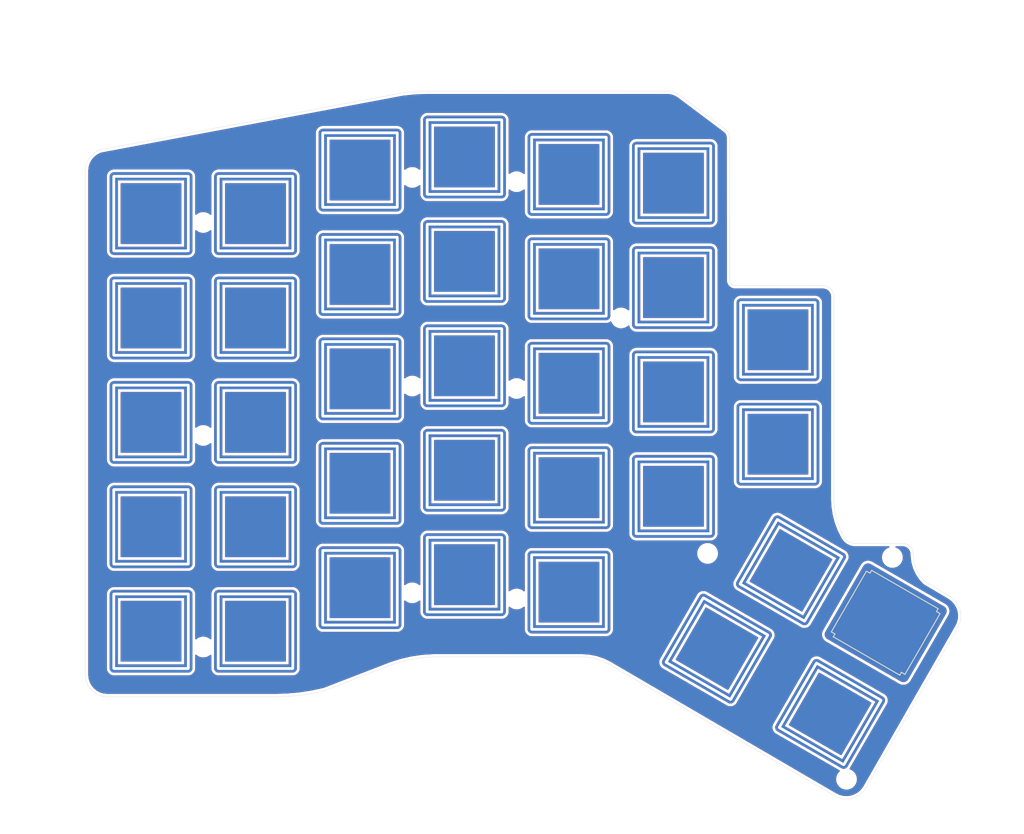
<source format=kicad_pcb>
(kicad_pcb (version 20240108) (generator "pcbnew") (generator_version "8.0")
  (layers (0 "F.Cu" signal) (31 "B.Cu" signal) (34 "B.Paste" user) (35 "F.Paste" user) (36 "B.SilkS" user "B.Silkscreen") (37 "F.SilkS" user "F.Silkscreen") (38 "B.Mask" user) (39 "F.Mask" user) (44 "Edge.Cuts" user))
  (net 0 "")
  (footprint "kbd:SW_Hole_TH" (layer "F.Cu") (at 40.48125 69.85)
    (property "Reference" "SW2" (hide yes))
    (property "Value" "KEY_SWITCH" (hide yes))
    (pad "1" thru_hole oval (at -6.8 0) (size 1.5 15) (drill oval 0.5 14) (layers "*.Cu" "*.Mask"))
    (pad "1" thru_hole oval (at 0 -6.8 90) (size 1.5 15) (drill oval 0.5 14) (layers "*.Cu" "*.Mask"))
    (pad "1" thru_hole oval (at 0 6.8 90) (size 1.5 15) (drill oval 0.5 14) (layers "*.Cu" "*.Mask"))
    (pad "1" thru_hole oval (at 6.8 0) (size 1.5 15) (drill oval 0.5 14) (layers "*.Cu" "*.Mask"))
  )
  (footprint "kbd:SW_Hole_TH" (layer "F.Cu") (at 59.53125 69.85)
    (property "Reference" "SW2" (hide yes))
    (property "Value" "KEY_SWITCH" (hide yes))
    (pad "1" thru_hole oval (at -6.8 0) (size 1.5 15) (drill oval 0.5 14) (layers "*.Cu" "*.Mask"))
    (pad "1" thru_hole oval (at 0 -6.8 90) (size 1.5 15) (drill oval 0.5 14) (layers "*.Cu" "*.Mask"))
    (pad "1" thru_hole oval (at 0 6.8 90) (size 1.5 15) (drill oval 0.5 14) (layers "*.Cu" "*.Mask"))
    (pad "1" thru_hole oval (at 6.8 0) (size 1.5 15) (drill oval 0.5 14) (layers "*.Cu" "*.Mask"))
  )
  (footprint "kbd:SW_Hole_TH" (layer "F.Cu") (at 40.48125 88.9)
    (property "Reference" "SW2" (hide yes))
    (property "Value" "KEY_SWITCH" (hide yes))
    (pad "1" thru_hole oval (at -6.8 0) (size 1.5 15) (drill oval 0.5 14) (layers "*.Cu" "*.Mask"))
    (pad "1" thru_hole oval (at 0 -6.8 90) (size 1.5 15) (drill oval 0.5 14) (layers "*.Cu" "*.Mask"))
    (pad "1" thru_hole oval (at 0 6.8 90) (size 1.5 15) (drill oval 0.5 14) (layers "*.Cu" "*.Mask"))
    (pad "1" thru_hole oval (at 6.8 0) (size 1.5 15) (drill oval 0.5 14) (layers "*.Cu" "*.Mask"))
  )
  (footprint "kbd:SW_Hole_TH" (layer "F.Cu") (at 59.53125 88.9)
    (property "Reference" "SW2" (hide yes))
    (property "Value" "KEY_SWITCH" (hide yes))
    (pad "1" thru_hole oval (at -6.8 0) (size 1.5 15) (drill oval 0.5 14) (layers "*.Cu" "*.Mask"))
    (pad "1" thru_hole oval (at 0 -6.8 90) (size 1.5 15) (drill oval 0.5 14) (layers "*.Cu" "*.Mask"))
    (pad "1" thru_hole oval (at 0 6.8 90) (size 1.5 15) (drill oval 0.5 14) (layers "*.Cu" "*.Mask"))
    (pad "1" thru_hole oval (at 6.8 0) (size 1.5 15) (drill oval 0.5 14) (layers "*.Cu" "*.Mask"))
  )
  (footprint "kbd:SW_Hole_TH" (layer "F.Cu") (at 40.48125 107.95)
    (property "Reference" "SW2" (hide yes))
    (property "Value" "KEY_SWITCH" (hide yes))
    (pad "1" thru_hole oval (at -6.8 0) (size 1.5 15) (drill oval 0.5 14) (layers "*.Cu" "*.Mask"))
    (pad "1" thru_hole oval (at 0 -6.8 90) (size 1.5 15) (drill oval 0.5 14) (layers "*.Cu" "*.Mask"))
    (pad "1" thru_hole oval (at 0 6.8 90) (size 1.5 15) (drill oval 0.5 14) (layers "*.Cu" "*.Mask"))
    (pad "1" thru_hole oval (at 6.8 0) (size 1.5 15) (drill oval 0.5 14) (layers "*.Cu" "*.Mask"))
  )
  (footprint "kbd:SW_Hole_TH" (layer "F.Cu") (at 59.53125 107.95)
    (property "Reference" "SW2" (hide yes))
    (property "Value" "KEY_SWITCH" (hide yes))
    (pad "1" thru_hole oval (at -6.8 0) (size 1.5 15) (drill oval 0.5 14) (layers "*.Cu" "*.Mask"))
    (pad "1" thru_hole oval (at 0 -6.8 90) (size 1.5 15) (drill oval 0.5 14) (layers "*.Cu" "*.Mask"))
    (pad "1" thru_hole oval (at 0 6.8 90) (size 1.5 15) (drill oval 0.5 14) (layers "*.Cu" "*.Mask"))
    (pad "1" thru_hole oval (at 6.8 0) (size 1.5 15) (drill oval 0.5 14) (layers "*.Cu" "*.Mask"))
  )
  (footprint "kbd:SW_Hole_TH" (layer "F.Cu") (at 40.48125 127)
    (property "Reference" "SW2" (hide yes))
    (property "Value" "KEY_SWITCH" (hide yes))
    (pad "1" thru_hole oval (at -6.8 0) (size 1.5 15) (drill oval 0.5 14) (layers "*.Cu" "*.Mask"))
    (pad "1" thru_hole oval (at 0 -6.8 90) (size 1.5 15) (drill oval 0.5 14) (layers "*.Cu" "*.Mask"))
    (pad "1" thru_hole oval (at 0 6.8 90) (size 1.5 15) (drill oval 0.5 14) (layers "*.Cu" "*.Mask"))
    (pad "1" thru_hole oval (at 6.8 0) (size 1.5 15) (drill oval 0.5 14) (layers "*.Cu" "*.Mask"))
  )
  (footprint "kbd:SW_Hole_TH" (layer "F.Cu") (at 59.53125 127)
    (property "Reference" "SW2" (hide yes))
    (property "Value" "KEY_SWITCH" (hide yes))
    (pad "1" thru_hole oval (at -6.8 0) (size 1.5 15) (drill oval 0.5 14) (layers "*.Cu" "*.Mask"))
    (pad "1" thru_hole oval (at 0 -6.8 90) (size 1.5 15) (drill oval 0.5 14) (layers "*.Cu" "*.Mask"))
    (pad "1" thru_hole oval (at 0 6.8 90) (size 1.5 15) (drill oval 0.5 14) (layers "*.Cu" "*.Mask"))
    (pad "1" thru_hole oval (at 6.8 0) (size 1.5 15) (drill oval 0.5 14) (layers "*.Cu" "*.Mask"))
  )
  (footprint "kbd:SW_Hole_TH" (layer "F.Cu") (at 40.48125 146.05)
    (property "Reference" "SW2" (hide yes))
    (property "Value" "KEY_SWITCH" (hide yes))
    (pad "1" thru_hole oval (at -6.8 0) (size 1.5 15) (drill oval 0.5 14) (layers "*.Cu" "*.Mask"))
    (pad "1" thru_hole oval (at 0 -6.8 90) (size 1.5 15) (drill oval 0.5 14) (layers "*.Cu" "*.Mask"))
    (pad "1" thru_hole oval (at 0 6.8 90) (size 1.5 15) (drill oval 0.5 14) (layers "*.Cu" "*.Mask"))
    (pad "1" thru_hole oval (at 6.8 0) (size 1.5 15) (drill oval 0.5 14) (layers "*.Cu" "*.Mask"))
  )
  (footprint "kbd:SW_Hole_TH" (layer "F.Cu") (at 59.53125 146.05)
    (property "Reference" "SW2" (hide yes))
    (property "Value" "KEY_SWITCH" (hide yes))
    (pad "1" thru_hole oval (at -6.8 0) (size 1.5 15) (drill oval 0.5 14) (layers "*.Cu" "*.Mask"))
    (pad "1" thru_hole oval (at 0 -6.8 90) (size 1.5 15) (drill oval 0.5 14) (layers "*.Cu" "*.Mask"))
    (pad "1" thru_hole oval (at 0 6.8 90) (size 1.5 15) (drill oval 0.5 14) (layers "*.Cu" "*.Mask"))
    (pad "1" thru_hole oval (at 6.8 0) (size 1.5 15) (drill oval 0.5 14) (layers "*.Cu" "*.Mask"))
  )
  (footprint "kbd:SW_Hole_TH" (layer "F.Cu") (at 78.58125 61.9125)
    (property "Reference" "SW2" (hide yes))
    (property "Value" "KEY_SWITCH" (hide yes))
    (pad "1" thru_hole oval (at -6.8 0) (size 1.5 15) (drill oval 0.5 14) (layers "*.Cu" "*.Mask"))
    (pad "1" thru_hole oval (at 0 -6.8 90) (size 1.5 15) (drill oval 0.5 14) (layers "*.Cu" "*.Mask"))
    (pad "1" thru_hole oval (at 0 6.8 90) (size 1.5 15) (drill oval 0.5 14) (layers "*.Cu" "*.Mask"))
    (pad "1" thru_hole oval (at 6.8 0) (size 1.5 15) (drill oval 0.5 14) (layers "*.Cu" "*.Mask"))
  )
  (footprint "kbd:SW_Hole_TH" (layer "F.Cu") (at 78.58125 80.9625)
    (property "Reference" "SW2" (hide yes))
    (property "Value" "KEY_SWITCH" (hide yes))
    (pad "1" thru_hole oval (at -6.8 0) (size 1.5 15) (drill oval 0.5 14) (layers "*.Cu" "*.Mask"))
    (pad "1" thru_hole oval (at 0 -6.8 90) (size 1.5 15) (drill oval 0.5 14) (layers "*.Cu" "*.Mask"))
    (pad "1" thru_hole oval (at 0 6.8 90) (size 1.5 15) (drill oval 0.5 14) (layers "*.Cu" "*.Mask"))
    (pad "1" thru_hole oval (at 6.8 0) (size 1.5 15) (drill oval 0.5 14) (layers "*.Cu" "*.Mask"))
  )
  (footprint "kbd:SW_Hole_TH" (layer "F.Cu") (at 78.58125 100.0125)
    (property "Reference" "SW2" (hide yes))
    (property "Value" "KEY_SWITCH" (hide yes))
    (pad "1" thru_hole oval (at -6.8 0) (size 1.5 15) (drill oval 0.5 14) (layers "*.Cu" "*.Mask"))
    (pad "1" thru_hole oval (at 0 -6.8 90) (size 1.5 15) (drill oval 0.5 14) (layers "*.Cu" "*.Mask"))
    (pad "1" thru_hole oval (at 0 6.8 90) (size 1.5 15) (drill oval 0.5 14) (layers "*.Cu" "*.Mask"))
    (pad "1" thru_hole oval (at 6.8 0) (size 1.5 15) (drill oval 0.5 14) (layers "*.Cu" "*.Mask"))
  )
  (footprint "kbd:SW_Hole_TH" (layer "F.Cu") (at 78.58125 119.0625)
    (property "Reference" "SW2" (hide yes))
    (property "Value" "KEY_SWITCH" (hide yes))
    (pad "1" thru_hole oval (at -6.8 0) (size 1.5 15) (drill oval 0.5 14) (layers "*.Cu" "*.Mask"))
    (pad "1" thru_hole oval (at 0 -6.8 90) (size 1.5 15) (drill oval 0.5 14) (layers "*.Cu" "*.Mask"))
    (pad "1" thru_hole oval (at 0 6.8 90) (size 1.5 15) (drill oval 0.5 14) (layers "*.Cu" "*.Mask"))
    (pad "1" thru_hole oval (at 6.8 0) (size 1.5 15) (drill oval 0.5 14) (layers "*.Cu" "*.Mask"))
  )
  (footprint "kbd:SW_Hole_TH" (layer "F.Cu") (at 78.58125 138.1125)
    (property "Reference" "SW2" (hide yes))
    (property "Value" "KEY_SWITCH" (hide yes))
    (pad "1" thru_hole oval (at -6.8 0) (size 1.5 15) (drill oval 0.5 14) (layers "*.Cu" "*.Mask"))
    (pad "1" thru_hole oval (at 0 -6.8 90) (size 1.5 15) (drill oval 0.5 14) (layers "*.Cu" "*.Mask"))
    (pad "1" thru_hole oval (at 0 6.8 90) (size 1.5 15) (drill oval 0.5 14) (layers "*.Cu" "*.Mask"))
    (pad "1" thru_hole oval (at 6.8 0) (size 1.5 15) (drill oval 0.5 14) (layers "*.Cu" "*.Mask"))
  )
  (footprint "kbd:SW_Hole_TH" (layer "F.Cu") (at 97.63125 135.73125)
    (property "Reference" "SW2" (hide yes))
    (property "Value" "KEY_SWITCH" (hide yes))
    (pad "1" thru_hole oval (at -6.8 0) (size 1.5 15) (drill oval 0.5 14) (layers "*.Cu" "*.Mask"))
    (pad "1" thru_hole oval (at 0 -6.8 90) (size 1.5 15) (drill oval 0.5 14) (layers "*.Cu" "*.Mask"))
    (pad "1" thru_hole oval (at 0 6.8 90) (size 1.5 15) (drill oval 0.5 14) (layers "*.Cu" "*.Mask"))
    (pad "1" thru_hole oval (at 6.8 0) (size 1.5 15) (drill oval 0.5 14) (layers "*.Cu" "*.Mask"))
  )
  (footprint "kbd:SW_Hole_TH" (layer "F.Cu") (at 97.63125 116.68125)
    (property "Reference" "SW2" (hide yes))
    (property "Value" "KEY_SWITCH" (hide yes))
    (pad "1" thru_hole oval (at -6.8 0) (size 1.5 15) (drill oval 0.5 14) (layers "*.Cu" "*.Mask"))
    (pad "1" thru_hole oval (at 0 -6.8 90) (size 1.5 15) (drill oval 0.5 14) (layers "*.Cu" "*.Mask"))
    (pad "1" thru_hole oval (at 0 6.8 90) (size 1.5 15) (drill oval 0.5 14) (layers "*.Cu" "*.Mask"))
    (pad "1" thru_hole oval (at 6.8 0) (size 1.5 15) (drill oval 0.5 14) (layers "*.Cu" "*.Mask"))
  )
  (footprint "kbd:SW_Hole_TH" (layer "F.Cu") (at 97.63125 97.63125)
    (property "Reference" "SW2" (hide yes))
    (property "Value" "KEY_SWITCH" (hide yes))
    (pad "1" thru_hole oval (at -6.8 0) (size 1.5 15) (drill oval 0.5 14) (layers "*.Cu" "*.Mask"))
    (pad "1" thru_hole oval (at 0 -6.8 90) (size 1.5 15) (drill oval 0.5 14) (layers "*.Cu" "*.Mask"))
    (pad "1" thru_hole oval (at 0 6.8 90) (size 1.5 15) (drill oval 0.5 14) (layers "*.Cu" "*.Mask"))
    (pad "1" thru_hole oval (at 6.8 0) (size 1.5 15) (drill oval 0.5 14) (layers "*.Cu" "*.Mask"))
  )
  (footprint "kbd:SW_Hole_TH" (layer "F.Cu") (at 97.63125 78.58125)
    (property "Reference" "SW2" (hide yes))
    (property "Value" "KEY_SWITCH" (hide yes))
    (pad "1" thru_hole oval (at -6.8 0) (size 1.5 15) (drill oval 0.5 14) (layers "*.Cu" "*.Mask"))
    (pad "1" thru_hole oval (at 0 -6.8 90) (size 1.5 15) (drill oval 0.5 14) (layers "*.Cu" "*.Mask"))
    (pad "1" thru_hole oval (at 0 6.8 90) (size 1.5 15) (drill oval 0.5 14) (layers "*.Cu" "*.Mask"))
    (pad "1" thru_hole oval (at 6.8 0) (size 1.5 15) (drill oval 0.5 14) (layers "*.Cu" "*.Mask"))
  )
  (footprint "kbd:SW_Hole_TH" (layer "F.Cu") (at 97.63125 59.53125)
    (property "Reference" "SW2" (hide yes))
    (property "Value" "KEY_SWITCH" (hide yes))
    (pad "1" thru_hole oval (at -6.8 0) (size 1.5 15) (drill oval 0.5 14) (layers "*.Cu" "*.Mask"))
    (pad "1" thru_hole oval (at 0 -6.8 90) (size 1.5 15) (drill oval 0.5 14) (layers "*.Cu" "*.Mask"))
    (pad "1" thru_hole oval (at 0 6.8 90) (size 1.5 15) (drill oval 0.5 14) (layers "*.Cu" "*.Mask"))
    (pad "1" thru_hole oval (at 6.8 0) (size 1.5 15) (drill oval 0.5 14) (layers "*.Cu" "*.Mask"))
  )
  (footprint "kbd:SW_Hole_TH" (layer "F.Cu") (at 116.68125 138.90625)
    (property "Reference" "SW2" (hide yes))
    (property "Value" "KEY_SWITCH" (hide yes))
    (pad "1" thru_hole oval (at -6.8 0) (size 1.5 15) (drill oval 0.5 14) (layers "*.Cu" "*.Mask"))
    (pad "1" thru_hole oval (at 0 -6.8 90) (size 1.5 15) (drill oval 0.5 14) (layers "*.Cu" "*.Mask"))
    (pad "1" thru_hole oval (at 0 6.8 90) (size 1.5 15) (drill oval 0.5 14) (layers "*.Cu" "*.Mask"))
    (pad "1" thru_hole oval (at 6.8 0) (size 1.5 15) (drill oval 0.5 14) (layers "*.Cu" "*.Mask"))
  )
  (footprint "kbd:SW_Hole_TH" (layer "F.Cu") (at 116.68125 119.85625)
    (property "Reference" "SW2" (hide yes))
    (property "Value" "KEY_SWITCH" (hide yes))
    (pad "1" thru_hole oval (at -6.8 0) (size 1.5 15) (drill oval 0.5 14) (layers "*.Cu" "*.Mask"))
    (pad "1" thru_hole oval (at 0 -6.8 90) (size 1.5 15) (drill oval 0.5 14) (layers "*.Cu" "*.Mask"))
    (pad "1" thru_hole oval (at 0 6.8 90) (size 1.5 15) (drill oval 0.5 14) (layers "*.Cu" "*.Mask"))
    (pad "1" thru_hole oval (at 6.8 0) (size 1.5 15) (drill oval 0.5 14) (layers "*.Cu" "*.Mask"))
  )
  (footprint "kbd:SW_Hole_TH" (layer "F.Cu") (at 116.68125 100.80625)
    (property "Reference" "SW2" (hide yes))
    (property "Value" "KEY_SWITCH" (hide yes))
    (pad "1" thru_hole oval (at -6.8 0) (size 1.5 15) (drill oval 0.5 14) (layers "*.Cu" "*.Mask"))
    (pad "1" thru_hole oval (at 0 -6.8 90) (size 1.5 15) (drill oval 0.5 14) (layers "*.Cu" "*.Mask"))
    (pad "1" thru_hole oval (at 0 6.8 90) (size 1.5 15) (drill oval 0.5 14) (layers "*.Cu" "*.Mask"))
    (pad "1" thru_hole oval (at 6.8 0) (size 1.5 15) (drill oval 0.5 14) (layers "*.Cu" "*.Mask"))
  )
  (footprint "kbd:SW_Hole_TH" (layer "F.Cu") (at 116.68125 81.75625)
    (property "Reference" "SW2" (hide yes))
    (property "Value" "KEY_SWITCH" (hide yes))
    (pad "1" thru_hole oval (at -6.8 0) (size 1.5 15) (drill oval 0.5 14) (layers "*.Cu" "*.Mask"))
    (pad "1" thru_hole oval (at 0 -6.8 90) (size 1.5 15) (drill oval 0.5 14) (layers "*.Cu" "*.Mask"))
    (pad "1" thru_hole oval (at 0 6.8 90) (size 1.5 15) (drill oval 0.5 14) (layers "*.Cu" "*.Mask"))
    (pad "1" thru_hole oval (at 6.8 0) (size 1.5 15) (drill oval 0.5 14) (layers "*.Cu" "*.Mask"))
  )
  (footprint "kbd:SW_Hole_TH" (layer "F.Cu") (at 116.68125 62.70625)
    (property "Reference" "SW2" (hide yes))
    (property "Value" "KEY_SWITCH" (hide yes))
    (pad "1" thru_hole oval (at -6.8 0) (size 1.5 15) (drill oval 0.5 14) (layers "*.Cu" "*.Mask"))
    (pad "1" thru_hole oval (at 0 -6.8 90) (size 1.5 15) (drill oval 0.5 14) (layers "*.Cu" "*.Mask"))
    (pad "1" thru_hole oval (at 0 6.8 90) (size 1.5 15) (drill oval 0.5 14) (layers "*.Cu" "*.Mask"))
    (pad "1" thru_hole oval (at 6.8 0) (size 1.5 15) (drill oval 0.5 14) (layers "*.Cu" "*.Mask"))
  )
  (footprint "kbd:SW_Hole_TH" (layer "F.Cu") (at 135.73125 64.29375)
    (property "Reference" "SW2" (hide yes))
    (property "Value" "KEY_SWITCH" (hide yes))
    (pad "1" thru_hole oval (at -6.8 0) (size 1.5 15) (drill oval 0.5 14) (layers "*.Cu" "*.Mask"))
    (pad "1" thru_hole oval (at 0 -6.8 90) (size 1.5 15) (drill oval 0.5 14) (layers "*.Cu" "*.Mask"))
    (pad "1" thru_hole oval (at 0 6.8 90) (size 1.5 15) (drill oval 0.5 14) (layers "*.Cu" "*.Mask"))
    (pad "1" thru_hole oval (at 6.8 0) (size 1.5 15) (drill oval 0.5 14) (layers "*.Cu" "*.Mask"))
  )
  (footprint "kbd:SW_Hole_TH" (layer "F.Cu") (at 135.73125 83.34375)
    (property "Reference" "SW2" (hide yes))
    (property "Value" "KEY_SWITCH" (hide yes))
    (pad "1" thru_hole oval (at -6.8 0) (size 1.5 15) (drill oval 0.5 14) (layers "*.Cu" "*.Mask"))
    (pad "1" thru_hole oval (at 0 -6.8 90) (size 1.5 15) (drill oval 0.5 14) (layers "*.Cu" "*.Mask"))
    (pad "1" thru_hole oval (at 0 6.8 90) (size 1.5 15) (drill oval 0.5 14) (layers "*.Cu" "*.Mask"))
    (pad "1" thru_hole oval (at 6.8 0) (size 1.5 15) (drill oval 0.5 14) (layers "*.Cu" "*.Mask"))
  )
  (footprint "kbd:SW_Hole_TH" (layer "F.Cu") (at 135.73125 102.39375)
    (property "Reference" "SW2" (hide yes))
    (property "Value" "KEY_SWITCH" (hide yes))
    (pad "1" thru_hole oval (at -6.8 0) (size 1.5 15) (drill oval 0.5 14) (layers "*.Cu" "*.Mask"))
    (pad "1" thru_hole oval (at 0 -6.8 90) (size 1.5 15) (drill oval 0.5 14) (layers "*.Cu" "*.Mask"))
    (pad "1" thru_hole oval (at 0 6.8 90) (size 1.5 15) (drill oval 0.5 14) (layers "*.Cu" "*.Mask"))
    (pad "1" thru_hole oval (at 6.8 0) (size 1.5 15) (drill oval 0.5 14) (layers "*.Cu" "*.Mask"))
  )
  (footprint "kbd:SW_Hole_TH" (layer "F.Cu") (at 135.73125 121.44375)
    (property "Reference" "SW2" (hide yes))
    (property "Value" "KEY_SWITCH" (hide yes))
    (pad "1" thru_hole oval (at -6.8 0) (size 1.5 15) (drill oval 0.5 14) (layers "*.Cu" "*.Mask"))
    (pad "1" thru_hole oval (at 0 -6.8 90) (size 1.5 15) (drill oval 0.5 14) (layers "*.Cu" "*.Mask"))
    (pad "1" thru_hole oval (at 0 6.8 90) (size 1.5 15) (drill oval 0.5 14) (layers "*.Cu" "*.Mask"))
    (pad "1" thru_hole oval (at 6.8 0) (size 1.5 15) (drill oval 0.5 14) (layers "*.Cu" "*.Mask"))
  )
  (footprint "kbd:SW_Hole_TH" (layer "F.Cu") (at 154.78125 92.86875)
    (property "Reference" "SW2" (hide yes))
    (property "Value" "KEY_SWITCH" (hide yes))
    (pad "1" thru_hole oval (at -6.8 0) (size 1.5 15) (drill oval 0.5 14) (layers "*.Cu" "*.Mask"))
    (pad "1" thru_hole oval (at 0 -6.8 90) (size 1.5 15) (drill oval 0.5 14) (layers "*.Cu" "*.Mask"))
    (pad "1" thru_hole oval (at 0 6.8 90) (size 1.5 15) (drill oval 0.5 14) (layers "*.Cu" "*.Mask"))
    (pad "1" thru_hole oval (at 6.8 0) (size 1.5 15) (drill oval 0.5 14) (layers "*.Cu" "*.Mask"))
  )
  (footprint "kbd:SW_Hole_TH" (layer "F.Cu") (at 154.78125 111.91875)
    (property "Reference" "SW2" (hide yes))
    (property "Value" "KEY_SWITCH" (hide yes))
    (pad "1" thru_hole oval (at -6.8 0) (size 1.5 15) (drill oval 0.5 14) (layers "*.Cu" "*.Mask"))
    (pad "1" thru_hole oval (at 0 -6.8 90) (size 1.5 15) (drill oval 0.5 14) (layers "*.Cu" "*.Mask"))
    (pad "1" thru_hole oval (at 0 6.8 90) (size 1.5 15) (drill oval 0.5 14) (layers "*.Cu" "*.Mask"))
    (pad "1" thru_hole oval (at 6.8 0) (size 1.5 15) (drill oval 0.5 14) (layers "*.Cu" "*.Mask"))
  )
  (footprint "kbd:SW_Hole_TH" (layer "F.Cu") (at 143.66875 149.225 -30)
    (property "Reference" "SW2" (hide yes))
    (property "Value" "KEY_SWITCH" (hide yes))
    (pad "1" thru_hole oval (at -6.8 0 330) (size 1.5 15) (drill oval 0.5 14) (layers "*.Cu" "*.Mask"))
    (pad "1" thru_hole oval (at 0 -6.8 60) (size 1.5 15) (drill oval 0.5 14) (layers "*.Cu" "*.Mask"))
    (pad "1" thru_hole oval (at 0 6.8 60) (size 1.5 15) (drill oval 0.5 14) (layers "*.Cu" "*.Mask"))
    (pad "1" thru_hole oval (at 6.8 0 330) (size 1.5 15) (drill oval 0.5 14) (layers "*.Cu" "*.Mask"))
  )
  (footprint "kbd:SW_Hole_TH" (layer "F.Cu") (at 157.1625 134.9375 -30)
    (property "Reference" "SW2" (hide yes))
    (property "Value" "KEY_SWITCH" (hide yes))
    (pad "1" thru_hole oval (at -6.8 0 330) (size 1.5 15) (drill oval 0.5 14) (layers "*.Cu" "*.Mask"))
    (pad "1" thru_hole oval (at 0 -6.8 60) (size 1.5 15) (drill oval 0.5 14) (layers "*.Cu" "*.Mask"))
    (pad "1" thru_hole oval (at 0 6.8 60) (size 1.5 15) (drill oval 0.5 14) (layers "*.Cu" "*.Mask"))
    (pad "1" thru_hole oval (at 6.8 0 330) (size 1.5 15) (drill oval 0.5 14) (layers "*.Cu" "*.Mask"))
  )
  (footprint "kbd:SW_Hole_TH" (layer "F.Cu") (at 164.30625 161.13125 -30)
    (property "Reference" "SW2" (hide yes))
    (property "Value" "KEY_SWITCH" (hide yes))
    (pad "1" thru_hole oval (at -6.8 0 330) (size 1.5 15) (drill oval 0.5 14) (layers "*.Cu" "*.Mask"))
    (pad "1" thru_hole oval (at 0 -6.8 60) (size 1.5 15) (drill oval 0.5 14) (layers "*.Cu" "*.Mask"))
    (pad "1" thru_hole oval (at 0 6.8 60) (size 1.5 15) (drill oval 0.5 14) (layers "*.Cu" "*.Mask"))
    (pad "1" thru_hole oval (at 6.8 0 330) (size 1.5 15) (drill oval 0.5 14) (layers "*.Cu" "*.Mask"))
  )
  (footprint "Zodiark:HOLE_M2" (layer "F.Cu") (at 50 71.47)
    (property "Reference" "HOLE_M2" (hide yes))
    (property "Value" "VAL**" (hide yes))
    (pad "" np_thru_hole circle (at 0 0) (size 2.2 2.2) (drill 2.2) (layers "*.Cu" "*.Mask" "F.SilkS") (clearance 0.8))
  )
  (footprint "Zodiark:HOLE_M2" (layer "F.Cu") (at 50 110.33)
    (property "Reference" "HOLE_M2" (hide yes))
    (property "Value" "VAL**" (hide yes))
    (pad "" np_thru_hole circle (at 0 0) (size 2.2 2.2) (drill 2.2) (layers "*.Cu" "*.Mask" "F.SilkS") (clearance 0.8))
  )
  (footprint "Zodiark:HOLE_M2" (layer "F.Cu") (at 50.01 148.93)
    (property "Reference" "HOLE_M2" (hide yes))
    (property "Value" "VAL**" (hide yes))
    (pad "" np_thru_hole circle (at 0 0) (size 2.2 2.2) (drill 2.2) (layers "*.Cu" "*.Mask" "F.SilkS") (clearance 0.8))
  )
  (footprint "Zodiark:HOLE_M2" (layer "F.Cu") (at 88.11 63.25)
    (property "Reference" "HOLE_M2" (hide yes))
    (property "Value" "VAL**" (hide yes))
    (pad "" np_thru_hole circle (at 0 0) (size 2.2 2.2) (drill 2.2) (layers "*.Cu" "*.Mask" "F.SilkS") (clearance 0.8))
  )
  (footprint "Zodiark:HOLE_M2" (layer "F.Cu") (at 88.11 101.31)
    (property "Reference" "HOLE_M2" (hide yes))
    (property "Value" "VAL**" (hide yes))
    (pad "" np_thru_hole circle (at 0 0) (size 2.2 2.2) (drill 2.2) (layers "*.Cu" "*.Mask" "F.SilkS") (clearance 0.8))
  )
  (footprint "Zodiark:HOLE_M2" (layer "F.Cu") (at 88.1 139.04)
    (property "Reference" "HOLE_M2" (hide yes))
    (property "Value" "VAL**" (hide yes))
    (pad "" np_thru_hole circle (at 0 0) (size 2.2 2.2) (drill 2.2) (layers "*.Cu" "*.Mask" "F.SilkS") (clearance 0.8))
  )
  (footprint "Zodiark:HOLE_M2" (layer "F.Cu") (at 107.15 64.03)
    (property "Reference" "HOLE_M2" (hide yes))
    (property "Value" "VAL**" (hide yes))
    (pad "" np_thru_hole circle (at 0 0) (size 2.2 2.2) (drill 2.2) (layers "*.Cu" "*.Mask" "F.SilkS") (clearance 0.8))
  )
  (footprint "Zodiark:HOLE_M2" (layer "F.Cu") (at 107.15 101.76)
    (property "Reference" "HOLE_M2" (hide yes))
    (property "Value" "VAL**" (hide yes))
    (pad "" np_thru_hole circle (at 0 0) (size 2.2 2.2) (drill 2.2) (layers "*.Cu" "*.Mask" "F.SilkS") (clearance 0.8))
  )
  (footprint "Zodiark:HOLE_M2" (layer "F.Cu") (at 107.15 140.17)
    (property "Reference" "HOLE_M2" (hide yes))
    (property "Value" "VAL**" (hide yes))
    (pad "" np_thru_hole circle (at 0 0) (size 2.2 2.2) (drill 2.2) (layers "*.Cu" "*.Mask" "F.SilkS") (clearance 0.8))
  )
  (footprint "Zodiark:HOLE_M2" (layer "F.Cu") (at 126.18 88.89)
    (property "Reference" "HOLE_M2" (hide yes))
    (property "Value" "VAL**" (hide yes))
    (pad "" np_thru_hole circle (at 0 0) (size 2.2 2.2) (drill 2.2) (layers "*.Cu" "*.Mask" "F.SilkS") (clearance 0.8))
  )
  (footprint "Zodiark:HOLE_M2" (layer "F.Cu") (at 141.96 131.85)
    (property "Reference" "HOLE_M2" (hide yes))
    (property "Value" "VAL**" (hide yes))
    (pad "" np_thru_hole circle (at 0 0) (size 2.2 2.2) (drill 2.2) (layers "*.Cu" "*.Mask" "F.SilkS") (clearance 0.8))
  )
  (footprint "Zodiark:HOLE_M2" (layer "F.Cu") (at 175.66 132.58)
    (property "Reference" "HOLE_M2" (hide yes))
    (property "Value" "VAL**" (hide yes))
    (pad "" np_thru_hole circle (at 0 0) (size 2.2 2.2) (drill 2.2) (layers "*.Cu" "*.Mask" "F.SilkS") (clearance 0.8))
  )
  (footprint "Zodiark:HOLE_M2" (layer "F.Cu") (at 167.29 173.05)
    (property "Reference" "HOLE_M2" (hide yes))
    (property "Value" "VAL**" (hide yes))
    (pad "" np_thru_hole circle (at 0 0) (size 2.2 2.2) (drill 2.2) (layers "*.Cu" "*.Mask" "F.SilkS") (clearance 0.8))
  )
  (footprint "Keebio-Parts:MX-Alps_FMask" (layer "F.Cu") (at 174.44 144.5 -30)
    (property "Reference" "REF**" (hide yes))
    (property "Value" "MX-Alps_FMask" (hide yes))
    (fp_line (start -7 7) (end -7 6.4) (stroke (width 0.2)) (layer "Edge.Cuts"))
    (fp_line (start -7 7) (end 7 7) (stroke (width 0.2)) (layer "Edge.Cuts"))
    (fp_line (start -7 6.4) (end -7.75 6.4) (stroke (width 0.2)) (layer "Edge.Cuts"))
    (fp_line (start -7.75 -6.4) (end -7.75 6.4) (stroke (width 0.2)) (layer "Edge.Cuts"))
    (fp_line (start -7.75 -6.4) (end -7 -6.4) (stroke (width 0.2)) (layer "Edge.Cuts"))
    (fp_line (start -7 -6.4) (end -7 -7) (stroke (width 0.2)) (layer "Edge.Cuts"))
    (fp_line (start -7 -7) (end 7 -7) (stroke (width 0.2)) (layer "Edge.Cuts"))
    (fp_line (start 7 6.4) (end 7 7) (stroke (width 0.2)) (layer "Edge.Cuts"))
    (fp_line (start 7.75 6.4) (end 7 6.4) (stroke (width 0.2)) (layer "Edge.Cuts"))
    (fp_line (start 7 -6.4) (end 7.75 -6.4) (stroke (width 0.2)) (layer "Edge.Cuts"))
    (fp_line (start 7 -7) (end 7 -6.4) (stroke (width 0.2)) (layer "Edge.Cuts"))
    (fp_line (start 7.75 -6.4) (end 7.75 6.4) (stroke (width 0.2)) (layer "Edge.Cuts"))
    (pad "1" smd roundrect (at 0 0 150) (size 17.4 15.8) (layers "F.Cu" "F.Mask") (roundrect_rratio 0.063))
    (pad "1" smd roundrect (at 0 0 150) (size 17.4 15.8) (layers "B.Cu" "B.Mask") (roundrect_rratio 0.063))
  )
  (gr_arc (start 170.75 174.75) (mid 168.133884 176.565864) (end 165.000002 176) (stroke (width 0.05)) (layer "Edge.Cuts"))
  (gr_line (start 187.499999 145.499999) (end 170.75 174.75) (stroke (width 0.05)) (layer "Edge.Cuts"))
  (gr_line (start 28.499689 61.999999) (end 28.5 154) (stroke (width 0.05)) (layer "Edge.Cuts"))
  (gr_line (start 31.250001 58.200001) (end 86.331103 47.815204) (stroke (width 0.05)) (layer "Edge.Cuts"))
  (gr_line (start 181.64906 137.025283) (end 186.249999 139.750001) (stroke (width 0.05)) (layer "Edge.Cuts"))
  (gr_line (start 165.000002 176) (end 124.649999 152.450001) (stroke (width 0.05)) (layer "Edge.Cuts"))
  (gr_line (start 119.05202 150.751963) (end 92.5 150.75) (stroke (width 0.05)) (layer "Edge.Cuts"))
  (gr_line (start 84.209892 152.214255) (end 72.098667 156.893847) (stroke (width 0.05)) (layer "Edge.Cuts"))
  (gr_line (start 63.15 158) (end 32.5 158) (stroke (width 0.05)) (layer "Edge.Cuts"))
  (gr_line (start 168.987947 130.016887) (end 177.424492 130.001044) (stroke (width 0.05)) (layer "Edge.Cuts"))
  (gr_line (start 163.009999 82.989901) (end 146.990745 82.980158) (stroke (width 0.05)) (layer "Edge.Cuts"))
  (gr_line (start 146.010001 82.009999) (end 145.99 56) (stroke (width 0.05)) (layer "Edge.Cuts"))
  (gr_line (start 145.049254 54.388865) (end 136.939999 48.300001) (stroke (width 0.05)) (layer "Edge.Cuts"))
  (gr_line (start 134.95715 47.502742) (end 90.85 47.5) (stroke (width 0.05)) (layer "Edge.Cuts"))
  (gr_arc (start 181.64906 137.025283) (mid 180.059811 134.732761) (end 179.5 132) (stroke (width 0.05)) (layer "Edge.Cuts"))
  (gr_arc (start 134.95715 47.502742) (mid 136.005052 47.760908) (end 136.939999 48.300001) (stroke (width 0.05)) (layer "Edge.Cuts"))
  (gr_line (start 165.01 85.01) (end 165 122.01) (stroke (width 0.05)) (layer "Edge.Cuts"))
  (gr_arc (start 72.098667 156.893847) (mid 67.658387 157.722413) (end 63.15 158) (stroke (width 0.05)) (layer "Edge.Cuts"))
  (gr_arc (start 119.05202 150.751963) (mid 121.974742 151.19307) (end 124.649999 152.450001) (stroke (width 0.05)) (layer "Edge.Cuts"))
  (gr_arc (start 146.990745 82.980158) (mid 146.303631 82.693967) (end 146.010001 82.009999) (stroke (width 0.05)) (layer "Edge.Cuts"))
  (gr_arc (start 84.209892 152.214255) (mid 88.290786 151.118875) (end 92.5 150.75) (stroke (width 0.05)) (layer "Edge.Cuts"))
  (gr_arc (start 177.424492 130.001044) (mid 178.884352 130.562251) (end 179.499999 132.000001) (stroke (width 0.05)) (layer "Edge.Cuts"))
  (gr_arc (start 186.249999 139.750001) (mid 188.065863 142.366117) (end 187.499999 145.499999) (stroke (width 0.05)) (layer "Edge.Cuts"))
  (gr_arc (start 86.331103 47.815204) (mid 88.585062 47.578897) (end 90.85 47.5) (stroke (width 0.05)) (layer "Edge.Cuts"))
  (gr_arc (start 32.5 158) (mid 29.671573 156.828427) (end 28.5 154) (stroke (width 0.05)) (layer "Edge.Cuts"))
  (gr_arc (start 166.837195 128.781644) (mid 165.478743 125.515157) (end 165.000001 122.009999) (stroke (width 0.05)) (layer "Edge.Cuts"))
  (gr_arc (start 163.009999 82.989901) (mid 164.431336 83.582805) (end 165.009999 85.009999) (stroke (width 0.05)) (layer "Edge.Cuts"))
  (gr_arc (start 168.987947 130.016887) (mid 167.735323 129.707882) (end 166.837196 128.781643) (stroke (width 0.05)) (layer "Edge.Cuts"))
  (gr_arc (start 145.049254 54.388865) (mid 145.737595 55.06716) (end 145.99 56) (stroke (width 0.05)) (layer "Edge.Cuts"))
  (gr_arc (start 28.499689 61.999999) (mid 29.259408 59.654567) (end 31.250001 58.200001) (stroke (width 0.05)) (layer "Edge.Cuts"))
  (zone (net 0) (net_name "") (layer "F.Cu") (connect_pads (clearance 0.508)) (min_thickness 0.254) (fill yes (thermal_gap 0.508) (thermal_bridge_width 0.508))
    (polygon (pts (xy 199.68 182.7) (xy 13.7 179.88) (xy 13.45 32.67) (xy 199.42 31.14)))
  )
  (zone (net 0) (net_name "") (layer "B.Cu") (connect_pads (clearance 0.508)) (min_thickness 0.254) (fill yes (thermal_gap 0.508) (thermal_bridge_width 0.508))
    (polygon (pts (xy 199.68 183.08) (xy 12.94 179.5) (xy 13.96 32.85) (xy 199.68 30.88)))
  )
)
</source>
